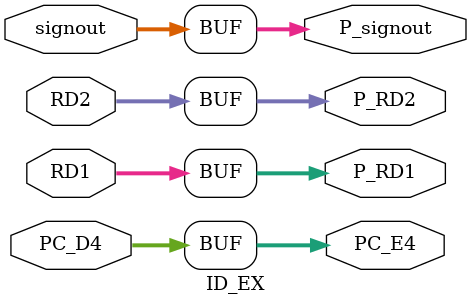
<source format=v>
module ID_EX(PC_D4, RD1, RD2, signout, PC_E4, P_RD1, P_RD2, P_signout);

    input [31:0] PC_D4;
    input [31:0] RD1;
    input [31:0] RD2;
    input [31:0] signout;
    output reg [31:0] PC_E4;
    output reg [31:0] P_RD1;
    output reg [31:0] P_RD2;
    output reg [31:0] P_signout;

    always @(*) begin
        PC_E4 <= PC_D4;
        P_RD1 <= RD1;
        P_RD2 <= RD2;
        P_signout <= signout;
    end


endmodule
</source>
